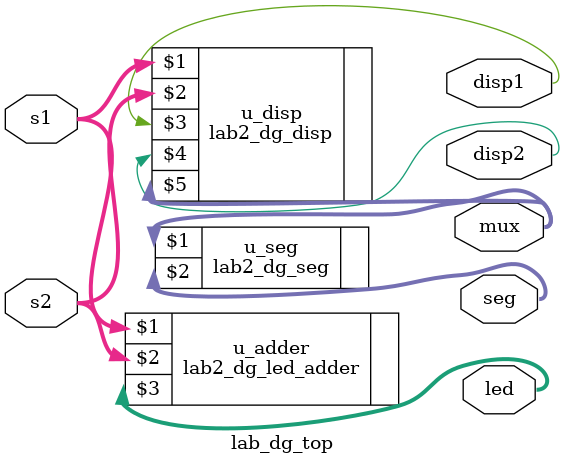
<source format=sv>

module lab_dg_top(input logic [3:0] s1,
                     input logic [3:0] s2,
                     output logic [6:0] seg,
                     output logic disp1,
					 output logic disp2,
					 output logic [3:0] mux,
                     output logic [4:0] led);

lab2_dg_disp u_disp(s1, s2, disp1, disp2, mux);

lab2_dg_seg u_seg(mux, seg);

lab2_dg_led_adder u_adder(s1, s2, led);
 
endmodule

</source>
